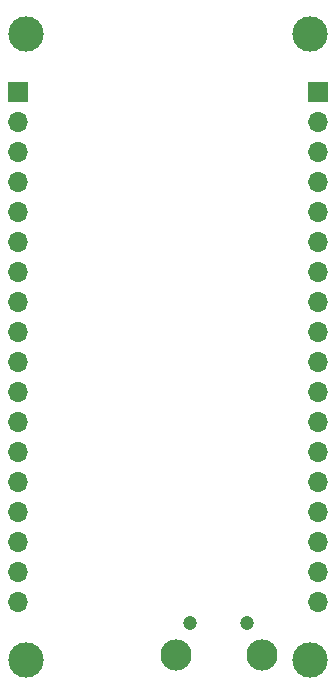
<source format=gbr>
%TF.GenerationSoftware,KiCad,Pcbnew,(5.1.7-0-10_14)*%
%TF.CreationDate,2020-11-01T22:18:58+09:00*%
%TF.ProjectId,esp32-dev,65737033-322d-4646-9576-2e6b69636164,rev?*%
%TF.SameCoordinates,Original*%
%TF.FileFunction,Soldermask,Bot*%
%TF.FilePolarity,Negative*%
%FSLAX46Y46*%
G04 Gerber Fmt 4.6, Leading zero omitted, Abs format (unit mm)*
G04 Created by KiCad (PCBNEW (5.1.7-0-10_14)) date 2020-11-01 22:18:58*
%MOMM*%
%LPD*%
G01*
G04 APERTURE LIST*
%ADD10C,1.200000*%
%ADD11C,2.640000*%
%ADD12C,3.000000*%
%ADD13O,1.700000X1.700000*%
%ADD14R,1.700000X1.700000*%
G04 APERTURE END LIST*
D10*
%TO.C,J2*%
X135575000Y-114020000D03*
X140425000Y-114020000D03*
D11*
X134375000Y-116700000D03*
X141625000Y-116700000D03*
%TD*%
D12*
%TO.C,H1*%
X145700000Y-117100000D03*
%TD*%
%TO.C,H2*%
X145700000Y-64100000D03*
%TD*%
%TO.C,H3*%
X121700000Y-64100000D03*
%TD*%
%TO.C,H4*%
X121700000Y-117100000D03*
%TD*%
D13*
%TO.C,J5*%
X121000000Y-112240000D03*
X121000000Y-109700000D03*
X121000000Y-107160000D03*
X121000000Y-104620000D03*
X121000000Y-102080000D03*
X121000000Y-99540000D03*
X121000000Y-97000000D03*
X121000000Y-94460000D03*
X121000000Y-91920000D03*
X121000000Y-89380000D03*
X121000000Y-86840000D03*
X121000000Y-84300000D03*
X121000000Y-81760000D03*
X121000000Y-79220000D03*
X121000000Y-76680000D03*
X121000000Y-74140000D03*
X121000000Y-71600000D03*
D14*
X121000000Y-69060000D03*
%TD*%
%TO.C,J6*%
X146400000Y-69060000D03*
D13*
X146400000Y-71600000D03*
X146400000Y-74140000D03*
X146400000Y-76680000D03*
X146400000Y-79220000D03*
X146400000Y-81760000D03*
X146400000Y-84300000D03*
X146400000Y-86840000D03*
X146400000Y-89380000D03*
X146400000Y-91920000D03*
X146400000Y-94460000D03*
X146400000Y-97000000D03*
X146400000Y-99540000D03*
X146400000Y-102080000D03*
X146400000Y-104620000D03*
X146400000Y-107160000D03*
X146400000Y-109700000D03*
X146400000Y-112240000D03*
%TD*%
M02*

</source>
